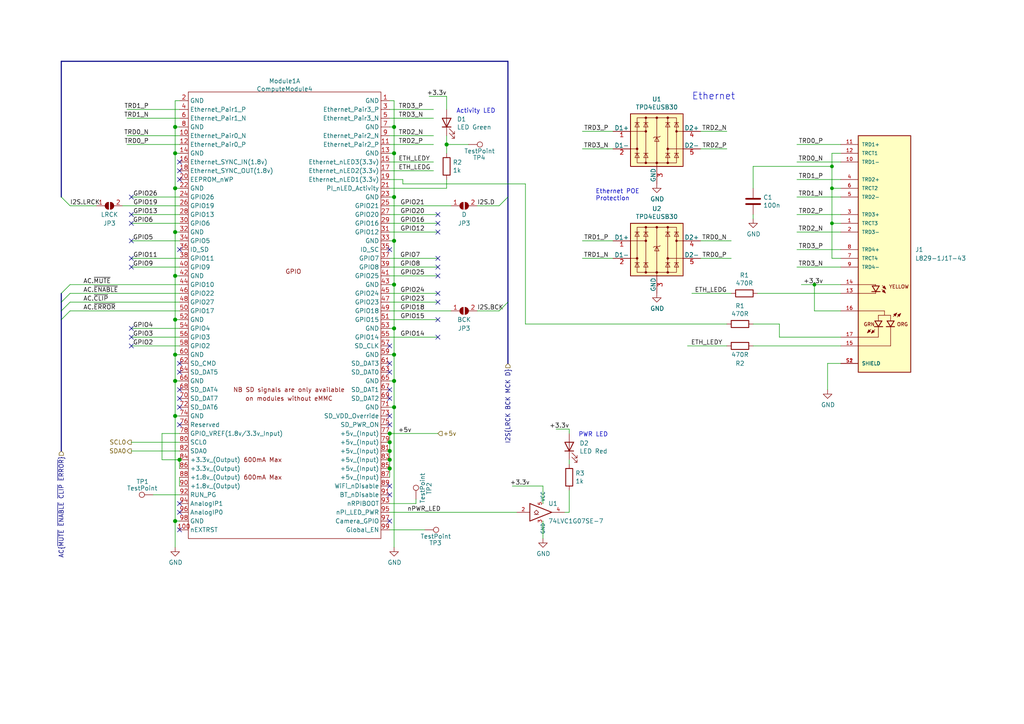
<source format=kicad_sch>
(kicad_sch (version 20230121) (generator eeschema)
  (paper "A4")
  (lib_symbols
    (symbol "CM4IO:74LVC1G07_copy"
      (property "Reference" "U" (at -2.54 3.81 0))
      (property "Value" "74LVC1G07_copy" (at 0 -3.81 0))
      (symbol "74LVC1G07_copy_1_1"
        (pin input line (at -7.62 0 0) (length 3.81) (name "~") (number "2"))
        (pin power_in line (at 0 -2.54 270) (length 0) (name "GND") (number "3"))
        (pin open_collector line (at 6.35 0 180) (length 3.81) (name "~") (number "4"))
        (pin power_in line (at 0 2.54 90) (length 0) (name "VCC") (number "5"))
      )
    )
    (symbol "CM4IO:ComputeModule4-CM4"
      (property "Reference" "Module" (at 113.03 -68.58 0))
      (property "Value" "ComputeModule4-CM4" (at 140.97 2.54 0))
      (property "Field4" "Hirose" (at 0 0 0))
      (property "Field5" "2x DF40C-100DS-0.4V" (at 0 -2.54 0))
      (symbol "ComputeModule4-CM4_1_0"
        (text "GPIO" (at 0 6.35 0) (effects (font (size 1.27 1.27))))
      )
      (symbol "ComputeModule4-CM4_1_1"
        (text "600mA Max" (at -8.89 -53.34 0) (effects (font (size 1.27 1.27))))
        (text "600mA Max" (at -8.89 -48.26 0) (effects (font (size 1.27 1.27))))
        (text "NB SD signals are only available" (at -1.27 -27.94 0) (effects (font (size 1.27 1.27))))
        (text "on modules without eMMC" (at -1.27 -30.48 0) (effects (font (size 1.27 1.27))))
        (pin power_in line (at 27.94 55.88 180) (length 2.54) (name "GND") (number "1"))
        (pin passive line (at -33.02 45.72 0) (length 2.54) (name "Ethernet_Pair0_N") (number "10"))
        (pin output line (at -33.02 -68.58 0) (length 2.54) (name "nEXTRST") (number "100"))
        (pin passive line (at 27.94 43.18 180) (length 2.54) (name "Ethernet_Pair2_P") (number "11"))
        (pin passive line (at -33.02 43.18 0) (length 2.54) (name "Ethernet_Pair0_P") (number "12"))
        (pin power_in line (at 27.94 40.64 180) (length 2.54) (name "GND") (number "13"))
        (pin power_in line (at -33.02 40.64 0) (length 2.54) (name "GND") (number "14"))
        (pin output line (at 27.94 38.1 180) (length 2.54) (name "Ethernet_nLED3(3.3v)") (number "15"))
        (pin input line (at -33.02 38.1 0) (length 2.54) (name "Ethernet_SYNC_IN(1.8v)") (number "16"))
        (pin output line (at 27.94 35.56 180) (length 2.54) (name "Ethernet_nLED2(3.3v)") (number "17"))
        (pin input line (at -33.02 35.56 0) (length 2.54) (name "Ethernet_SYNC_OUT(1.8v)") (number "18"))
        (pin output line (at 27.94 33.02 180) (length 2.54) (name "Ethernet_nLED1(3.3v)") (number "19"))
        (pin power_in line (at -33.02 55.88 0) (length 2.54) (name "GND") (number "2"))
        (pin passive line (at -33.02 33.02 0) (length 2.54) (name "EEPROM_nWP") (number "20"))
        (pin open_collector line (at 27.94 30.48 180) (length 2.54) (name "PI_nLED_Activity") (number "21"))
        (pin power_in line (at -33.02 30.48 0) (length 2.54) (name "GND") (number "22"))
        (pin power_in line (at 27.94 27.94 180) (length 2.54) (name "GND") (number "23"))
        (pin passive line (at -33.02 27.94 0) (length 2.54) (name "GPIO26") (number "24"))
        (pin passive line (at 27.94 25.4 180) (length 2.54) (name "GPIO21") (number "25"))
        (pin passive line (at -33.02 25.4 0) (length 2.54) (name "GPIO19") (number "26"))
        (pin passive line (at 27.94 22.86 180) (length 2.54) (name "GPIO20") (number "27"))
        (pin passive line (at -33.02 22.86 0) (length 2.54) (name "GPIO13") (number "28"))
        (pin passive line (at 27.94 20.32 180) (length 2.54) (name "GPIO16") (number "29"))
        (pin passive line (at 27.94 53.34 180) (length 2.54) (name "Ethernet_Pair3_P") (number "3"))
        (pin passive line (at -33.02 20.32 0) (length 2.54) (name "GPIO6") (number "30"))
        (pin passive line (at 27.94 17.78 180) (length 2.54) (name "GPIO12") (number "31"))
        (pin power_in line (at -33.02 17.78 0) (length 2.54) (name "GND") (number "32"))
        (pin power_in line (at 27.94 15.24 180) (length 2.54) (name "GND") (number "33"))
        (pin passive line (at -33.02 15.24 0) (length 2.54) (name "GPIO5") (number "34"))
        (pin passive line (at 27.94 12.7 180) (length 2.54) (name "ID_SC") (number "35"))
        (pin passive line (at -33.02 12.7 0) (length 2.54) (name "ID_SD") (number "36"))
        (pin passive line (at 27.94 10.16 180) (length 2.54) (name "GPIO7") (number "37"))
        (pin passive line (at -33.02 10.16 0) (length 2.54) (name "GPIO11") (number "38"))
        (pin passive line (at 27.94 7.62 180) (length 2.54) (name "GPIO8") (number "39"))
        (pin passive line (at -33.02 53.34 0) (length 2.54) (name "Ethernet_Pair1_P") (number "4"))
        (pin passive line (at -33.02 7.62 0) (length 2.54) (name "GPIO9") (number "40"))
        (pin passive line (at 27.94 5.08 180) (length 2.54) (name "GPIO25") (number "41"))
        (pin power_in line (at -33.02 5.08 0) (length 2.54) (name "GND") (number "42"))
        (pin power_in line (at 27.94 2.54 180) (length 2.54) (name "GND") (number "43"))
        (pin passive line (at -33.02 2.54 0) (length 2.54) (name "GPIO10") (number "44"))
        (pin passive line (at 27.94 0 180) (length 2.54) (name "GPIO24") (number "45"))
        (pin passive line (at -33.02 0 0) (length 2.54) (name "GPIO22") (number "46"))
        (pin passive line (at 27.94 -2.54 180) (length 2.54) (name "GPIO23") (number "47"))
        (pin passive line (at -33.02 -2.54 0) (length 2.54) (name "GPIO27") (number "48"))
        (pin passive line (at 27.94 -5.08 180) (length 2.54) (name "GPIO18") (number "49"))
        (pin passive line (at 27.94 50.8 180) (length 2.54) (name "Ethernet_Pair3_N") (number "5"))
        (pin passive line (at -33.02 -5.08 0) (length 2.54) (name "GPIO17") (number "50"))
        (pin passive line (at 27.94 -7.62 180) (length 2.54) (name "GPIO15") (number "51"))
        (pin power_in line (at -33.02 -7.62 0) (length 2.54) (name "GND") (number "52"))
        (pin power_in line (at 27.94 -10.16 180) (length 2.54) (name "GND") (number "53"))
        (pin passive line (at -33.02 -10.16 0) (length 2.54) (name "GPIO4") (number "54"))
        (pin passive line (at 27.94 -12.7 180) (length 2.54) (name "GPIO14") (number "55"))
        (pin passive line (at -33.02 -12.7 0) (length 2.54) (name "GPIO3") (number "56"))
        (pin passive line (at 27.94 -15.24 180) (length 2.54) (name "SD_CLK") (number "57"))
        (pin passive line (at -33.02 -15.24 0) (length 2.54) (name "GPIO2") (number "58"))
        (pin power_in line (at 27.94 -17.78 180) (length 2.54) (name "GND") (number "59"))
        (pin passive line (at -33.02 50.8 0) (length 2.54) (name "Ethernet_Pair1_N") (number "6"))
        (pin power_in line (at -33.02 -17.78 0) (length 2.54) (name "GND") (number "60"))
        (pin passive line (at 27.94 -20.32 180) (length 2.54) (name "SD_DAT3") (number "61"))
        (pin passive line (at -33.02 -20.32 0) (length 2.54) (name "SD_CMD") (number "62"))
        (pin passive line (at 27.94 -22.86 180) (length 2.54) (name "SD_DAT0") (number "63"))
        (pin passive line (at -33.02 -22.86 0) (length 2.54) (name "SD_DAT5") (number "64"))
        (pin power_in line (at 27.94 -25.4 180) (length 2.54) (name "GND") (number "65"))
        (pin power_in line (at -33.02 -25.4 0) (length 2.54) (name "GND") (number "66"))
        (pin passive line (at 27.94 -27.94 180) (length 2.54) (name "SD_DAT1") (number "67"))
        (pin passive line (at -33.02 -27.94 0) (length 2.54) (name "SD_DAT4") (number "68"))
        (pin passive line (at 27.94 -30.48 180) (length 2.54) (name "SD_DAT2") (number "69"))
        (pin power_in line (at 27.94 48.26 180) (length 2.54) (name "GND") (number "7"))
        (pin passive line (at -33.02 -30.48 0) (length 2.54) (name "SD_DAT7") (number "70"))
        (pin power_in line (at 27.94 -33.02 180) (length 2.54) (name "GND") (number "71"))
        (pin passive line (at -33.02 -33.02 0) (length 2.54) (name "SD_DAT6") (number "72"))
        (pin input line (at 27.94 -35.56 180) (length 2.54) (name "SD_VDD_Override") (number "73"))
        (pin power_in line (at -33.02 -35.56 0) (length 2.54) (name "GND") (number "74"))
        (pin output line (at 27.94 -38.1 180) (length 2.54) (name "SD_PWR_ON") (number "75"))
        (pin passive line (at -33.02 -38.1 0) (length 2.54) (name "Reserved") (number "76"))
        (pin power_in line (at 27.94 -40.64 180) (length 2.54) (name "+5v_(Input)") (number "77"))
        (pin power_in line (at -33.02 -40.64 0) (length 2.54) (name "GPIO_VREF(1.8v/3.3v_Input)") (number "78"))
        (pin power_in line (at 27.94 -43.18 180) (length 2.54) (name "+5v_(Input)") (number "79"))
        (pin power_in line (at -33.02 48.26 0) (length 2.54) (name "GND") (number "8"))
        (pin passive line (at -33.02 -43.18 0) (length 2.54) (name "SCL0") (number "80"))
        (pin power_in line (at 27.94 -45.72 180) (length 2.54) (name "+5v_(Input)") (number "81"))
        (pin passive line (at -33.02 -45.72 0) (length 2.54) (name "SDA0") (number "82"))
        (pin power_in line (at 27.94 -48.26 180) (length 2.54) (name "+5v_(Input)") (number "83"))
        (pin power_out line (at -33.02 -48.26 0) (length 2.54) (name "+3.3v_(Output)") (number "84"))
        (pin power_in line (at 27.94 -50.8 180) (length 2.54) (name "+5v_(Input)") (number "85"))
        (pin power_out line (at -33.02 -50.8 0) (length 2.54) (name "+3.3v_(Output)") (number "86"))
        (pin power_in line (at 27.94 -53.34 180) (length 2.54) (name "+5v_(Input)") (number "87"))
        (pin power_out line (at -33.02 -53.34 0) (length 2.54) (name "+1.8v_(Output)") (number "88"))
        (pin power_in line (at 27.94 -55.88 180) (length 2.54) (name "WiFi_nDisable") (number "89"))
        (pin passive line (at 27.94 45.72 180) (length 2.54) (name "Ethernet_Pair2_N") (number "9"))
        (pin power_out line (at -33.02 -55.88 0) (length 2.54) (name "+1.8v_(Output)") (number "90"))
        (pin power_in line (at 27.94 -58.42 180) (length 2.54) (name "BT_nDisable") (number "91"))
        (pin passive line (at -33.02 -58.42 0) (length 2.54) (name "RUN_PG") (number "92"))
        (pin input line (at 27.94 -60.96 180) (length 2.54) (name "nRPIBOOT") (number "93"))
        (pin passive line (at -33.02 -60.96 0) (length 2.54) (name "AnalogIP1") (number "94"))
        (pin output line (at 27.94 -63.5 180) (length 2.54) (name "nPI_LED_PWR") (number "95"))
        (pin passive line (at -33.02 -63.5 0) (length 2.54) (name "AnalogIP0") (number "96"))
        (pin passive line (at 27.94 -66.04 180) (length 2.54) (name "Camera_GPIO") (number "97"))
        (pin power_in line (at -33.02 -66.04 0) (length 2.54) (name "GND") (number "98"))
        (pin input line (at 27.94 -68.58 180) (length 2.54) (name "Global_EN") (number "99"))
      )
      (symbol "ComputeModule4-CM4_2_1"
        (text "High Speed Serial" (at 140.97 0 0) (effects (font (size 1.27 1.27))))
        (pin input line (at 170.18 60.96 180) (length 5.08) (name "USB_OTG_ID") (number "101"))
        (pin input line (at 109.22 60.96 0) (length 5.08) (name "PCIe_CLK_nREQ") (number "102"))
        (pin passive line (at 170.18 58.42 180) (length 5.08) (name "USB2_N") (number "103"))
        (pin passive line (at 109.22 58.42 0) (length 5.08) (name "Reserved") (number "104"))
        (pin passive line (at 170.18 55.88 180) (length 5.08) (name "USB2_P") (number "105"))
        (pin passive line (at 109.22 55.88 0) (length 5.08) (name "Reserved") (number "106"))
        (pin power_in line (at 170.18 53.34 180) (length 5.08) (name "GND") (number "107"))
        (pin power_in line (at 109.22 53.34 0) (length 5.08) (name "GND") (number "108"))
        (pin bidirectional line (at 170.18 50.8 180) (length 5.08) (name "PCIe_nRST") (number "109"))
        (pin output line (at 109.22 50.8 0) (length 5.08) (name "PCIe_CLK_P") (number "110"))
        (pin passive line (at 170.18 48.26 180) (length 5.08) (name "VDAC_COMP") (number "111"))
        (pin output line (at 109.22 48.26 0) (length 5.08) (name "PCIe_CLK_N") (number "112"))
        (pin power_in line (at 170.18 45.72 180) (length 5.08) (name "GND") (number "113"))
        (pin power_in line (at 109.22 45.72 0) (length 5.08) (name "GND") (number "114"))
        (pin input line (at 170.18 43.18 180) (length 5.08) (name "CAM1_D0_N") (number "115"))
        (pin input line (at 109.22 43.18 0) (length 5.08) (name "PCIe_RX_P") (number "116"))
        (pin input line (at 170.18 40.64 180) (length 5.08) (name "CAM1_D0_P") (number "117"))
        (pin input line (at 109.22 40.64 0) (length 5.08) (name "PCIe_RX_N") (number "118"))
        (pin power_in line (at 170.18 38.1 180) (length 5.08) (name "GND") (number "119"))
        (pin power_in line (at 109.22 38.1 0) (length 5.08) (name "GND") (number "120"))
        (pin input line (at 170.18 35.56 180) (length 5.08) (name "CAM1_D1_N") (number "121"))
        (pin output line (at 109.22 35.56 0) (length 5.08) (name "PCIe_TX_P") (number "122"))
        (pin input line (at 170.18 33.02 180) (length 5.08) (name "CAM1_D1_P") (number "123"))
        (pin output line (at 109.22 33.02 0) (length 5.08) (name "PCIe_TX_N") (number "124"))
        (pin power_in line (at 170.18 30.48 180) (length 5.08) (name "GND") (number "125"))
        (pin power_in line (at 109.22 30.48 0) (length 5.08) (name "GND") (number "126"))
        (pin input line (at 170.18 27.94 180) (length 5.08) (name "CAM1_C_N") (number "127"))
        (pin input line (at 109.22 27.94 0) (length 5.08) (name "CAM0_D0_N") (number "128"))
        (pin input line (at 170.18 25.4 180) (length 5.08) (name "CAM1_C_P") (number "129"))
        (pin input line (at 109.22 25.4 0) (length 5.08) (name "CAM0_D0_P") (number "130"))
        (pin power_in line (at 170.18 22.86 180) (length 5.08) (name "GND") (number "131"))
        (pin power_in line (at 109.22 22.86 0) (length 5.08) (name "GND") (number "132"))
        (pin input line (at 170.18 20.32 180) (length 5.08) (name "CAM1_D2_N") (number "133"))
        (pin input line (at 109.22 20.32 0) (length 5.08) (name "CAM0_D1_N") (number "134"))
        (pin input line (at 170.18 17.78 180) (length 5.08) (name "CAM1_D2_P") (number "135"))
        (pin input line (at 109.22 17.78 0) (length 5.08) (name "CAM0_D1_P") (number "136"))
        (pin power_in line (at 170.18 15.24 180) (length 5.08) (name "GND") (number "137"))
        (pin power_in line (at 109.22 15.24 0) (length 5.08) (name "GND") (number "138"))
        (pin input line (at 170.18 12.7 180) (length 5.08) (name "CAM1_D3_N") (number "139"))
        (pin input line (at 109.22 12.7 0) (length 5.08) (name "CAM0_C_N") (number "140"))
        (pin input line (at 170.18 10.16 180) (length 5.08) (name "CAM1_D3_P") (number "141"))
        (pin input line (at 109.22 10.16 0) (length 5.08) (name "CAM0_C_P") (number "142"))
        (pin input line (at 170.18 7.62 180) (length 5.08) (name "HDMI1_HOTPLUG") (number "143"))
        (pin power_in line (at 109.22 7.62 0) (length 5.08) (name "GND") (number "144"))
        (pin bidirectional line (at 170.18 5.08 180) (length 5.08) (name "HDMI1_SDA") (number "145"))
        (pin output line (at 109.22 5.08 0) (length 5.08) (name "HDMI1_TX2_P") (number "146"))
        (pin open_collector line (at 170.18 2.54 180) (length 5.08) (name "HDMI1_SCL") (number "147"))
        (pin output line (at 109.22 2.54 0) (length 5.08) (name "HDMI1_TX2_N") (number "148"))
        (pin open_collector line (at 170.18 0 180) (length 5.08) (name "HDMI1_CEC") (number "149"))
        (pin power_in line (at 109.22 0 0) (length 5.08) (name "GND") (number "150"))
        (pin open_collector line (at 170.18 -2.54 180) (length 5.08) (name "HDMI0_CEC") (number "151"))
        (pin output line (at 109.22 -2.54 0) (length 5.08) (name "HDMI1_TX1_P") (number "152"))
        (pin input line (at 170.18 -5.08 180) (length 5.08) (name "HDMI0_HOTPLUG") (number "153"))
        (pin output line (at 109.22 -5.08 0) (length 5.08) (name "HDMI1_TX1_N") (number "154"))
        (pin power_in line (at 170.18 -7.62 180) (length 5.08) (name "GND") (number "155"))
        (pin power_in line (at 109.22 -7.62 0) (length 5.08) (name "GND") (number "156"))
        (pin output line (at 170.18 -10.16 180) (length 5.08) (name "DSI0_D0_N") (number "157"))
        (pin output line (at 109.22 -10.16 0) (length 5.08) (name "HDMI1_TX0_P") (number "158"))
        (pin output line (at 170.18 -12.7 180) (length 5.08) (name "DSI0_D0_P") (number "159"))
        (pin output line (at 109.22 -12.7 0) (length 5.08) (name "HDMI1_TX0_N") (number "160"))
        (pin power_in line (at 170.18 -15.24 180) (length 5.08) (name "GND") (number "161"))
        (pin power_in line (at 109.22 -15.24 0) (length 5.08) (name "GND") (number "162"))
        (pin output line (at 170.18 -17.78 180) (length 5.08) (name "DSI0_D1_N") (number "163"))
        (pin output line (at 109.22 -17.78 0) (length 5.08) (name "HDMI1_CLK_P") (number "164"))
        (pin output line (at 170.18 -20.32 180) (length 5.08) (name "DSI0_D1_P") (number "165"))
        (pin output line (at 109.22 -20.32 0) (length 5.08) (name "HDMI1_CLK_N") (number "166"))
        (pin power_in line (at 170.18 -22.86 180) (length 5.08) (name "GND") (number "167"))
        (pin power_in line (at 109.22 -22.86 0) (length 5.08) (name "GND") (number "168"))
        (pin output line (at 170.18 -25.4 180) (length 5.08) (name "DSI0_C_N") (number "169"))
        (pin output line (at 109.22 -25.4 0) (length 5.08) (name "HDMI0_TX2_P") (number "170"))
        (pin output line (at 170.18 -27.94 180) (length 5.08) (name "DSI0_C_P") (number "171"))
        (pin output line (at 109.22 -27.94 0) (length 5.08) (name "HDMI0_TX2_N") (number "172"))
        (pin power_in line (at 170.18 -30.48 180) (length 5.08) (name "GND") (number "173"))
        (pin power_in line (at 109.22 -30.48 0) (length 5.08) (name "GND") (number "174"))
        (pin output line (at 170.18 -33.02 180) (length 5.08) (name "DSI1_D0_N") (number "175"))
        (pin output line (at 109.22 -33.02 0) (length 5.08) (name "HDMI0_TX1_P") (number "176"))
        (pin output line (at 170.18 -35.56 180) (length 5.08) (name "DSI1_D0_P") (number "177"))
        (pin output line (at 109.22 -35.56 0) (length 5.08) (name "HDMI0_TX1_N") (number "178"))
        (pin power_in line (at 170.18 -38.1 180) (length 5.08) (name "GND") (number "179"))
        (pin power_in line (at 109.22 -38.1 0) (length 5.08) (name "GND") (number "180"))
        (pin output line (at 170.18 -40.64 180) (length 5.08) (name "DSI1_D1_N") (number "181"))
        (pin output line (at 109.22 -40.64 0) (length 5.08) (name "HDMI0_TX0_P") (number "182"))
        (pin output line (at 170.18 -43.18 180) (length 5.08) (name "DSI1_D1_P") (number "183"))
        (pin output line (at 109.22 -43.18 0) (length 5.08) (name "HDMI0_TX0_N") (number "184"))
        (pin power_in line (at 170.18 -45.72 180) (length 5.08) (name "GND") (number "185"))
        (pin power_in line (at 109.22 -45.72 0) (length 5.08) (name "GND") (number "186"))
        (pin output line (at 170.18 -48.26 180) (length 5.08) (name "DSI1_C_N") (number "187"))
        (pin output line (at 109.22 -48.26 0) (length 5.08) (name "HDMI0_CLK_P") (number "188"))
        (pin output line (at 170.18 -50.8 180) (length 5.08) (name "DSI1_C_P") (number "189"))
        (pin output line (at 109.22 -50.8 0) (length 5.08) (name "HDMI0_CLK_N") (number "190"))
        (pin power_in line (at 170.18 -53.34 180) (length 5.08) (name "GND") (number "191"))
        (pin power_in line (at 109.22 -53.34 0) (length 5.08) (name "GND") (number "192"))
        (pin output line (at 170.18 -55.88 180) (length 5.08) (name "DSI1_D2_N") (number "193"))
        (pin output line (at 109.22 -55.88 0) (length 5.08) (name "DSI1_D3_N") (number "194"))
        (pin output line (at 170.18 -58.42 180) (length 5.08) (name "DSI1_D2_P") (number "195"))
        (pin output line (at 109.22 -58.42 0) (length 5.08) (name "DSI1_D3_P") (number "196"))
        (pin power_in line (at 170.18 -60.96 180) (length 5.08) (name "GND") (number "197"))
        (pin power_in line (at 109.22 -60.96 0) (length 5.08) (name "GND") (number "198"))
        (pin bidirectional line (at 170.18 -63.5 180) (length 5.08) (name "HDMI0_SDA") (number "199"))
        (pin open_collector line (at 109.22 -63.5 0) (length 5.08) (name "HDMI0_SCL") (number "200"))
      )
    )
    (symbol "CM4IO:TPD4EUSB30" (pin_names (offset 0))
      (property "Reference" "U" (at -0.635 8.89 0))
      (property "Value" "TPD4EUSB30" (at 8.89 -10.16 0))
      (symbol "TPD4EUSB30_1_1"
        (pin passive line (at -12.7 2.54 0) (length 5.08) (name "D1+") (number "1"))
        (pin passive line (at -12.7 2.54 0) (length 5.08) hide (name "~") (number "10"))
        (pin passive line (at -12.7 -2.54 0) (length 5.08) (name "D1-") (number "2"))
        (pin power_in line (at 0 -12.7 90) (length 5.08) (name "GND") (number "3"))
        (pin passive line (at 12.7 2.54 180) (length 5.08) (name "D2+") (number "4"))
        (pin passive line (at 12.7 -2.54 180) (length 5.08) (name "D2-") (number "5"))
        (pin passive line (at 12.7 -2.54 180) (length 5.08) hide (name "~") (number "6"))
        (pin passive line (at 12.7 2.54 180) (length 5.08) hide (name "~") (number "7"))
        (pin passive line (at 0 -12.7 90) (length 5.08) hide (name "GND") (number "8"))
        (pin passive line (at -12.7 -2.54 0) (length 5.08) hide (name "~") (number "9"))
      )
    )
    (symbol "Connector:TestPoint" (pin_numbers hide) (pin_names (offset 0.762) hide)
      (property "Reference" "TP" (at 0 6.858 0))
      (property "Value" "TestPoint" (at 0 5.08 0))
      (symbol "TestPoint_1_1"
        (pin passive line (at 0 0 90) (length 2.54) (name "1") (number "1"))
      )
    )
    (symbol "Device:C" (pin_numbers hide) (pin_names (offset 0.254))
      (property "Reference" "C" (at 0.635 2.54 0))
      (property "Value" "C" (at 0.635 -2.54 0))
      (symbol "C_1_1"
        (pin passive line (at 0 3.81 270) (length 2.794) (name "~") (number "1"))
        (pin passive line (at 0 -3.81 90) (length 2.794) (name "~") (number "2"))
      )
    )
    (symbol "Device:LED" (pin_numbers hide) (pin_names (offset 1.016) hide)
      (property "Reference" "D" (at 0 2.54 0))
      (property "Value" "LED" (at 0 -2.54 0))
      (symbol "LED_1_1"
        (pin passive line (at -3.81 0 0) (length 2.54) (name "K") (number "1"))
        (pin passive line (at 3.81 0 180) (length 2.54) (name "A") (number "2"))
      )
    )
    (symbol "Device:R" (pin_numbers hide) (pin_names (offset 0))
      (property "Reference" "R" (at 2.032 0 90))
      (property "Value" "R" (at 0 0 90))
      (symbol "R_1_1"
        (pin passive line (at 0 3.81 270) (length 1.27) (name "~") (number "1"))
        (pin passive line (at 0 -3.81 90) (length 1.27) (name "~") (number "2"))
      )
    )
    (symbol "GND_1" (power) (pin_names (offset 0))
      (property "Value" "GND_1" (at 0 -3.81 0))
      (symbol "GND_1_1_1"
        (pin power_in line (at 0 0 270) (length 0) hide (name "GND") (number "1"))
      )
    )
    (symbol "GND_2" (power) (pin_names (offset 0))
      (property "Value" "GND_2" (at 0 -3.81 0))
      (symbol "GND_2_1_1"
        (pin power_in line (at 0 0 270) (length 0) hide (name "GND") (number "1"))
      )
    )
    (symbol "GND_3" (power) (pin_names (offset 0))
      (property "Value" "GND_3" (at 0 -3.81 0))
      (symbol "GND_3_1_1"
        (pin power_in line (at 0 0 270) (length 0) hide (name "GND") (number "1"))
      )
    )
    (symbol "GND_4" (power) (pin_names (offset 0))
      (property "Value" "GND_4" (at 0 -3.81 0))
      (symbol "GND_4_1_1"
        (pin power_in line (at 0 0 270) (length 0) hide (name "GND") (number "1"))
      )
    )
    (symbol "GND_5" (power) (pin_names (offset 0))
      (property "Value" "GND_5" (at 0 -3.81 0))
      (symbol "GND_5_1_1"
        (pin power_in line (at 0 0 270) (length 0) hide (name "GND") (number "1"))
      )
    )
    (symbol "GND_6" (power) (pin_names (offset 0))
      (property "Value" "GND_6" (at 0 -3.81 0))
      (symbol "GND_6_1_1"
        (pin power_in line (at 0 0 270) (length 0) hide (name "GND") (number "1"))
      )
    )
    (symbol "Jumper:SolderJumper_2_Open" (pin_names (offset 0) hide)
      (property "Reference" "JP" (at 0 2.032 0))
      (property "Value" "SolderJumper_2_Open" (at 0 -2.54 0))
      (symbol "SolderJumper_2_Open_1_1"
        (pin passive line (at -3.81 0 0) (length 2.54) (name "A") (number "1"))
        (pin passive line (at 3.81 0 180) (length 2.54) (name "B") (number "2"))
      )
    )
    (symbol "L829-1J1T-43:L829-1J1T-43" (pin_names (offset 1.016))
      (property "Reference" "J" (at -7.62 34.29 0))
      (property "Value" "L829-1J1T-43" (at -7.62 -36.83 0))
      (symbol "L829-1J1T-43_0_0"
        (text "GRN" (at -6.096 -21.082 0) (effects (font (size 1.016 1.016)) (justify left top)))
        (text "ORG" (at 3.556 -21.082 0) (effects (font (size 1.016 1.016)) (justify left top)))
        (text "YELLOW" (at 1.27 -10.16 0) (effects (font (size 1.016 1.016)) (justify left top)))
        (pin passive line (at -12.7 7.62 0) (length 5.08) (name "TRCT3") (number "1"))
        (pin passive line (at -12.7 25.4 0) (length 5.08) (name "TRD1-") (number "10"))
        (pin passive line (at -12.7 30.48 0) (length 5.08) (name "TRD1+") (number "11"))
        (pin passive line (at -12.7 27.94 0) (length 5.08) (name "TRCT1") (number "12"))
        (pin passive line (at -12.7 -12.7 0) (length 5.08) (name "~") (number "13"))
        (pin passive line (at -12.7 -10.16 0) (length 5.08) (name "~") (number "14"))
        (pin passive line (at -12.7 -27.94 0) (length 5.08) (name "~") (number "15"))
        (pin passive line (at -12.7 -17.78 0) (length 5.08) (name "~") (number "16"))
        (pin passive line (at -12.7 -25.4 0) (length 5.08) (name "~") (number "17"))
        (pin passive line (at -12.7 5.08 0) (length 5.08) (name "TRD3-") (number "2"))
        (pin passive line (at -12.7 10.16 0) (length 5.08) (name "TRD3+") (number "3"))
        (pin passive line (at -12.7 20.32 0) (length 5.08) (name "TRD2+") (number "4"))
        (pin passive line (at -12.7 15.24 0) (length 5.08) (name "TRD2-") (number "5"))
        (pin passive line (at -12.7 17.78 0) (length 5.08) (name "TRCT2") (number "6"))
        (pin passive line (at -12.7 -2.54 0) (length 5.08) (name "TRCT4") (number "7"))
        (pin passive line (at -12.7 0 0) (length 5.08) (name "TRD4+") (number "8"))
        (pin passive line (at -12.7 -5.08 0) (length 5.08) (name "TRD4-") (number "9"))
        (pin passive line (at -12.7 -33.02 0) (length 5.08) (name "SHIELD") (number "S1"))
        (pin passive line (at -12.7 -33.02 0) (length 5.08) (name "SHIELD") (number "S2"))
      )
    )
    (symbol "LED_1" (pin_numbers hide) (pin_names (offset 1.016) hide)
      (property "Reference" "D" (at 0 2.54 0))
      (property "Value" "LED" (at 0 -2.54 0))
      (symbol "LED_1_1_1"
        (pin passive line (at -3.81 0 0) (length 2.54) (name "K") (number "1"))
        (pin passive line (at 3.81 0 180) (length 2.54) (name "A") (number "2"))
      )
    )
    (symbol "power:GND" (power) (pin_names (offset 0))
      (property "Value" "GND" (at 0 -3.81 0))
      (symbol "GND_1_1"
        (pin power_in line (at 0 0 270) (length 0) hide (name "GND") (number "1"))
      )
    )
  )
  (junction (at 50.8 110.49) (diameter 1.016))
  (junction (at 113.03 135.89) (diameter 1.016))
  (junction (at 50.8 67.31) (diameter 1.016))
  (junction (at 114.3 82.55) (diameter 1.016))
  (junction (at 50.8 80.01) (diameter 1.016))
  (junction (at 50.8 92.71) (diameter 1.016))
  (junction (at 114.3 36.83) (diameter 1.016))
  (junction (at 241.3 48.26))
  (junction (at 50.8 120.65) (diameter 1.016))
  (junction (at 241.3 54.61))
  (junction (at 52.07 133.35) (diameter 1.016))
  (junction (at 50.8 44.45) (diameter 1.016))
  (junction (at 129.54 41.91) (diameter 1.016))
  (junction (at 50.8 54.61) (diameter 1.016))
  (junction (at 50.8 151.13) (diameter 1.016))
  (junction (at 50.8 102.87) (diameter 1.016))
  (junction (at 114.3 95.25) (diameter 1.016))
  (junction (at 114.3 57.15) (diameter 1.016))
  (junction (at 114.3 118.11) (diameter 1.016))
  (junction (at 113.03 125.73) (diameter 1.016))
  (junction (at 50.8 36.83) (diameter 1.016))
  (junction (at 114.3 44.45) (diameter 1.016))
  (junction (at 236.22 82.55))
  (junction (at 113.03 130.81) (diameter 1.016))
  (junction (at 113.03 133.35) (diameter 1.016))
  (junction (at 114.3 69.85) (diameter 1.016))
  (junction (at 114.3 110.49) (diameter 1.016))
  (junction (at 241.3 64.77))
  (junction (at 113.03 128.27) (diameter 1.016))
  (junction (at 114.3 102.87) (diameter 1.016))
  (no_connect (at 127 77.47))
  (no_connect (at 113.03 115.57))
  (no_connect (at 127 87.63))
  (no_connect (at 52.07 148.59))
  (no_connect (at 113.03 140.97))
  (no_connect (at 38.1 69.85))
  (no_connect (at 52.07 49.53))
  (no_connect (at 127 74.93))
  (no_connect (at 127 67.31))
  (no_connect (at 127 64.77))
  (no_connect (at 52.07 72.39))
  (no_connect (at 113.03 151.13))
  (no_connect (at 113.03 105.41))
  (no_connect (at 38.1 74.93))
  (no_connect (at 38.1 100.33))
  (no_connect (at 52.07 46.99))
  (no_connect (at 52.07 123.19))
  (no_connect (at 113.03 100.33))
  (no_connect (at 38.1 64.77))
  (no_connect (at 113.03 123.19))
  (no_connect (at 38.1 95.25))
  (no_connect (at 52.07 105.41))
  (no_connect (at 113.03 107.95))
  (no_connect (at 127 80.01))
  (no_connect (at 127 62.23))
  (no_connect (at 113.03 113.03))
  (no_connect (at 52.07 118.11))
  (no_connect (at 52.07 107.95))
  (no_connect (at 113.03 143.51))
  (no_connect (at 38.1 62.23))
  (no_connect (at 52.07 113.03))
  (no_connect (at 52.07 153.67))
  (no_connect (at 38.1 77.47))
  (no_connect (at 52.07 146.05))
  (no_connect (at 127 97.79))
  (no_connect (at 52.07 52.07))
  (no_connect (at 113.03 120.65))
  (no_connect (at 52.07 115.57))
  (no_connect (at 127 92.71))
  (no_connect (at 127 85.09))
  (no_connect (at 38.1 57.15))
  (no_connect (at 113.03 72.39))
  (no_connect (at 38.1 97.79))
  (bus_entry (at 17.78 90.17) (size 2.54 -2.54))
  (bus_entry (at 17.78 87.63) (size 2.54 -2.54))
  (bus_entry (at 17.78 92.71) (size 2.54 -2.54))
  (bus_entry (at 147.32 87.63) (size -2.54 2.54))
  (bus_entry (at 147.32 57.15) (size -2.54 2.54))
  (bus_entry (at 17.78 57.15) (size 2.54 2.54))
  (bus_entry (at 17.78 85.09) (size 2.54 -2.54))
  (wire (pts (xy 52.07 135.89) (xy 52.07 133.35)))
  (wire (pts (xy 50.8 151.13) (xy 50.8 158.75)))
  (wire (pts (xy 232.41 82.55) (xy 236.22 82.55)))
  (wire (pts (xy 50.8 67.31) (xy 52.07 67.31)))
  (wire (pts (xy 36.83 39.37) (xy 52.07 39.37)))
  (wire (pts (xy 168.91 38.1) (xy 177.8 38.1)))
  (wire (pts (xy 52.07 36.83) (xy 50.8 36.83)))
  (wire (pts (xy 114.3 82.55) (xy 114.3 95.25)))
  (wire (pts (xy 157.48 146.05) (xy 157.48 140.97)))
  (wire (pts (xy 165.1 125.73) (xy 165.1 124.46)))
  (wire (pts (xy 231.14 67.31) (xy 243.84 67.31)))
  (wire (pts (xy 165.1 142.24) (xy 165.1 148.59)))
  (wire (pts (xy 50.8 110.49) (xy 52.07 110.49)))
  (wire (pts (xy 20.32 85.09) (xy 52.07 85.09)))
  (wire (pts (xy 113.03 125.73) (xy 113.03 128.27)))
  (wire (pts (xy 113.03 110.49) (xy 114.3 110.49)))
  (wire (pts (xy 226.06 97.79) (xy 226.06 93.98)))
  (wire (pts (xy 113.03 31.75) (xy 125.73 31.75)))
  (wire (pts (xy 38.1 62.23) (xy 52.07 62.23)))
  (wire (pts (xy 113.03 80.01) (xy 127 80.01)))
  (wire (pts (xy 116.84 53.34) (xy 116.84 52.07)))
  (wire (pts (xy 243.84 44.45) (xy 241.3 44.45)))
  (wire (pts (xy 203.2 43.18) (xy 210.82 43.18)))
  (wire (pts (xy 44.45 143.51) (xy 52.07 143.51)))
  (wire (pts (xy 203.2 38.1) (xy 210.82 38.1)))
  (wire (pts (xy 50.8 54.61) (xy 50.8 67.31)))
  (wire (pts (xy 20.32 87.63) (xy 52.07 87.63)))
  (wire (pts (xy 113.03 74.93) (xy 127 74.93)))
  (wire (pts (xy 113.03 64.77) (xy 127 64.77)))
  (wire (pts (xy 36.83 41.91) (xy 52.07 41.91)))
  (wire (pts (xy 241.3 74.93) (xy 243.84 74.93)))
  (wire (pts (xy 114.3 29.21) (xy 114.3 36.83)))
  (wire (pts (xy 241.3 64.77) (xy 243.84 64.77)))
  (wire (pts (xy 113.03 125.73) (xy 127 125.73)))
  (wire (pts (xy 152.4 53.34) (xy 116.84 53.34)))
  (wire (pts (xy 231.14 57.15) (xy 243.84 57.15)))
  (wire (pts (xy 52.07 44.45) (xy 50.8 44.45)))
  (wire (pts (xy 114.3 110.49) (xy 114.3 118.11)))
  (wire (pts (xy 20.32 59.69) (xy 27.94 59.69)))
  (wire (pts (xy 38.1 95.25) (xy 52.07 95.25)))
  (wire (pts (xy 114.3 57.15) (xy 114.3 69.85)))
  (wire (pts (xy 116.84 52.07) (xy 113.03 52.07)))
  (wire (pts (xy 241.3 64.77) (xy 241.3 74.93)))
  (wire (pts (xy 165.1 124.46) (xy 161.29 124.46)))
  (wire (pts (xy 113.03 62.23) (xy 127 62.23)))
  (wire (pts (xy 203.2 69.85) (xy 212.09 69.85)))
  (wire (pts (xy 114.3 69.85) (xy 114.3 82.55)))
  (wire (pts (xy 46.99 125.73) (xy 46.99 133.35)))
  (wire (pts (xy 114.3 44.45) (xy 114.3 57.15)))
  (wire (pts (xy 243.84 97.79) (xy 226.06 97.79)))
  (wire (pts (xy 20.32 90.17) (xy 52.07 90.17)))
  (bus (pts (xy 17.78 17.78) (xy 17.78 57.15)))
  (wire (pts (xy 231.14 52.07) (xy 243.84 52.07)))
  (wire (pts (xy 138.43 59.69) (xy 144.78 59.69)))
  (wire (pts (xy 113.03 49.53) (xy 125.73 49.53)))
  (wire (pts (xy 113.03 46.99) (xy 125.73 46.99)))
  (wire (pts (xy 124.46 27.94) (xy 129.54 27.94)))
  (bus (pts (xy 17.78 85.09) (xy 17.78 87.63)))
  (wire (pts (xy 177.8 74.93) (xy 168.91 74.93)))
  (wire (pts (xy 38.1 128.27) (xy 52.07 128.27)))
  (wire (pts (xy 236.22 82.55) (xy 243.84 82.55)))
  (wire (pts (xy 50.8 110.49) (xy 50.8 120.65)))
  (wire (pts (xy 36.83 31.75) (xy 52.07 31.75)))
  (wire (pts (xy 113.03 44.45) (xy 114.3 44.45)))
  (wire (pts (xy 52.07 151.13) (xy 50.8 151.13)))
  (wire (pts (xy 113.03 29.21) (xy 114.3 29.21)))
  (wire (pts (xy 241.3 44.45) (xy 241.3 48.26)))
  (wire (pts (xy 120.65 146.05) (xy 120.65 144.78)))
  (wire (pts (xy 129.54 41.91) (xy 129.54 39.37)))
  (wire (pts (xy 38.1 74.93) (xy 52.07 74.93)))
  (wire (pts (xy 231.14 41.91) (xy 243.84 41.91)))
  (wire (pts (xy 20.32 82.55) (xy 52.07 82.55)))
  (wire (pts (xy 50.8 29.21) (xy 50.8 36.83)))
  (wire (pts (xy 52.07 29.21) (xy 50.8 29.21)))
  (wire (pts (xy 152.4 93.98) (xy 152.4 53.34)))
  (wire (pts (xy 38.1 69.85) (xy 52.07 69.85)))
  (wire (pts (xy 113.03 39.37) (xy 125.73 39.37)))
  (wire (pts (xy 113.03 36.83) (xy 114.3 36.83)))
  (wire (pts (xy 241.3 48.26) (xy 241.3 54.61)))
  (wire (pts (xy 113.03 130.81) (xy 113.03 133.35)))
  (wire (pts (xy 226.06 93.98) (xy 218.44 93.98)))
  (wire (pts (xy 113.03 57.15) (xy 114.3 57.15)))
  (wire (pts (xy 129.54 44.45) (xy 129.54 41.91)))
  (wire (pts (xy 113.03 102.87) (xy 114.3 102.87)))
  (wire (pts (xy 50.8 120.65) (xy 50.8 151.13)))
  (wire (pts (xy 50.8 92.71) (xy 52.07 92.71)))
  (wire (pts (xy 50.8 120.65) (xy 52.07 120.65)))
  (wire (pts (xy 240.03 105.41) (xy 243.84 105.41)))
  (wire (pts (xy 218.44 63.5) (xy 218.44 62.23)))
  (bus (pts (xy 147.32 57.15) (xy 147.32 87.63)))
  (wire (pts (xy 38.1 57.15) (xy 52.07 57.15)))
  (wire (pts (xy 236.22 82.55) (xy 236.22 90.17)))
  (wire (pts (xy 52.07 125.73) (xy 46.99 125.73)))
  (wire (pts (xy 113.03 59.69) (xy 130.81 59.69)))
  (wire (pts (xy 168.91 43.18) (xy 177.8 43.18)))
  (wire (pts (xy 113.03 34.29) (xy 125.73 34.29)))
  (bus (pts (xy 17.78 92.71) (xy 17.78 130.81)))
  (wire (pts (xy 38.1 130.81) (xy 52.07 130.81)))
  (wire (pts (xy 218.44 48.26) (xy 241.3 48.26)))
  (wire (pts (xy 50.8 67.31) (xy 50.8 80.01)))
  (wire (pts (xy 113.03 85.09) (xy 127 85.09)))
  (wire (pts (xy 113.03 41.91) (xy 125.73 41.91)))
  (wire (pts (xy 113.03 97.79) (xy 127 97.79)))
  (wire (pts (xy 38.1 97.79) (xy 52.07 97.79)))
  (wire (pts (xy 50.8 102.87) (xy 52.07 102.87)))
  (bus (pts (xy 147.32 87.63) (xy 147.32 105.41)))
  (wire (pts (xy 35.56 59.69) (xy 52.07 59.69)))
  (wire (pts (xy 50.8 54.61) (xy 52.07 54.61)))
  (wire (pts (xy 113.03 82.55) (xy 114.3 82.55)))
  (bus (pts (xy 147.32 57.15) (xy 147.32 17.78)))
  (wire (pts (xy 129.54 52.07) (xy 129.54 54.61)))
  (wire (pts (xy 240.03 105.41) (xy 240.03 113.03)))
  (wire (pts (xy 241.3 54.61) (xy 243.84 54.61)))
  (wire (pts (xy 113.03 133.35) (xy 113.03 135.89)))
  (wire (pts (xy 144.78 90.17) (xy 138.43 90.17)))
  (wire (pts (xy 38.1 64.77) (xy 52.07 64.77)))
  (wire (pts (xy 38.1 100.33) (xy 52.07 100.33)))
  (wire (pts (xy 113.03 77.47) (xy 127 77.47)))
  (wire (pts (xy 36.83 34.29) (xy 52.07 34.29)))
  (wire (pts (xy 135.89 41.91) (xy 129.54 41.91)))
  (wire (pts (xy 38.1 77.47) (xy 52.07 77.47)))
  (wire (pts (xy 114.3 102.87) (xy 114.3 110.49)))
  (wire (pts (xy 231.14 72.39) (xy 243.84 72.39)))
  (wire (pts (xy 52.07 140.97) (xy 52.07 138.43)))
  (bus (pts (xy 17.78 87.63) (xy 17.78 90.17)))
  (wire (pts (xy 218.44 54.61) (xy 218.44 48.26)))
  (wire (pts (xy 113.03 135.89) (xy 113.03 138.43)))
  (wire (pts (xy 114.3 118.11) (xy 114.3 158.75)))
  (wire (pts (xy 203.2 74.93) (xy 212.09 74.93)))
  (wire (pts (xy 129.54 31.75) (xy 129.54 27.94)))
  (wire (pts (xy 50.8 80.01) (xy 52.07 80.01)))
  (wire (pts (xy 157.48 151.13) (xy 157.48 156.21)))
  (wire (pts (xy 165.1 148.59) (xy 163.83 148.59)))
  (wire (pts (xy 50.8 44.45) (xy 50.8 54.61)))
  (wire (pts (xy 113.03 69.85) (xy 114.3 69.85)))
  (wire (pts (xy 113.03 87.63) (xy 127 87.63)))
  (wire (pts (xy 165.1 133.35) (xy 165.1 134.62)))
  (wire (pts (xy 113.03 153.67) (xy 123.19 153.67)))
  (wire (pts (xy 236.22 90.17) (xy 243.84 90.17)))
  (wire (pts (xy 113.03 128.27) (xy 113.03 130.81)))
  (wire (pts (xy 219.71 85.09) (xy 243.84 85.09)))
  (wire (pts (xy 50.8 36.83) (xy 50.8 44.45)))
  (wire (pts (xy 50.8 92.71) (xy 50.8 102.87)))
  (wire (pts (xy 113.03 148.59) (xy 149.86 148.59)))
  (wire (pts (xy 113.03 54.61) (xy 129.54 54.61)))
  (bus (pts (xy 147.32 17.78) (xy 17.78 17.78)))
  (wire (pts (xy 114.3 95.25) (xy 114.3 102.87)))
  (wire (pts (xy 113.03 146.05) (xy 120.65 146.05)))
  (wire (pts (xy 218.44 100.33) (xy 243.84 100.33)))
  (wire (pts (xy 50.8 80.01) (xy 50.8 92.71)))
  (wire (pts (xy 50.8 102.87) (xy 50.8 110.49)))
  (wire (pts (xy 231.14 77.47) (xy 243.84 77.47)))
  (wire (pts (xy 113.03 67.31) (xy 127 67.31)))
  (wire (pts (xy 157.48 140.97) (xy 148.59 140.97)))
  (wire (pts (xy 199.39 100.33) (xy 210.82 100.33)))
  (wire (pts (xy 113.03 92.71) (xy 127 92.71)))
  (wire (pts (xy 168.91 69.85) (xy 177.8 69.85)))
  (wire (pts (xy 113.03 118.11) (xy 114.3 118.11)))
  (wire (pts (xy 46.99 133.35) (xy 52.07 133.35)))
  (wire (pts (xy 200.66 85.09) (xy 212.09 85.09)))
  (wire (pts (xy 231.14 46.99) (xy 243.84 46.99)))
  (wire (pts (xy 114.3 36.83) (xy 114.3 44.45)))
  (wire (pts (xy 113.03 95.25) (xy 114.3 95.25)))
  (wire (pts (xy 241.3 54.61) (xy 241.3 64.77)))
  (wire (pts (xy 210.82 93.98) (xy 152.4 93.98)))
  (wire (pts (xy 113.03 90.17) (xy 130.81 90.17)))
  (wire (pts (xy 231.14 62.23) (xy 243.84 62.23)))
  (bus (pts (xy 17.78 90.17) (xy 17.78 92.71)))
  (text "Ethernet" (at 200.66 29.21 0) (effects (font (size 2.0066 2.0066)) (justify left bottom)))
  (text "PWR LED" (at 167.767 126.873 0) (effects (font (size 1.27 1.27)) (justify left bottom)))
  (text "Activity LED" (at 132.334 33.02 0) (effects (font (size 1.27 1.27)) (justify left bottom)))
  (text "Ethernet POE\nProtection" (at 172.72 58.42 0) (effects (font (size 1.27 1.27)) (justify left bottom)))
  (label "GPIO18" (at 123.19 90.17 180))
  (label "TRD0_P" (at 238.76 41.91 180))
  (label "TRD0_N" (at 43.18 39.37 180))
  (label "GPIO2" (at 44.45 100.33 180))
  (label "GPIO21" (at 123.19 59.69 180))
  (label "TRD2_N" (at 210.82 38.1 180))
  (label "GPIO15" (at 123.19 92.71 180))
  (label "AC.~{ENABLE}" (at 24.13 85.09 0))
  (label "TRD0_N" (at 238.76 46.99 180))
  (label "GPIO9" (at 44.45 77.47 180))
  (label "GPIO8" (at 121.92 77.47 180))
  (label "TRD2_P" (at 238.76 62.23 180))
  (label "GPIO6" (at 44.45 64.77 180))
  (label "GPIO13" (at 45.72 62.23 180))
  (label "+3.3v" (at 165.1 124.46 180))
  (label "TRD1_N" (at 176.53 74.93 180))
  (label "TRD2_N" (at 238.76 67.31 180))
  (label "TRD3_N" (at 115.57 34.29 0))
  (label "GPIO26" (at 45.72 57.15 180))
  (label "GPIO14" (at 123.19 97.79 180))
  (label "GPIO3" (at 44.45 97.79 180))
  (label "TRD1_P" (at 176.53 69.85 180))
  (label "I2S.LRCK" (at 20.32 59.69 0))
  (label "TRD3_P" (at 176.53 38.1 180))
  (label "GPIO16" (at 123.19 64.77 180))
  (label "GPIO19" (at 45.72 59.69 180))
  (label "TRD2_P" (at 115.57 41.91 0))
  (label "TRD0_N" (at 210.82 69.85 180))
  (label "I2S.D" (at 138.43 59.69 0))
  (label "AC.~{MUTE}" (at 24.13 82.55 0))
  (label "TRD3_N" (at 176.53 43.18 180))
  (label "ETH_LEDG" (at 115.57 49.53 0))
  (label "GPIO24" (at 123.19 85.09 180))
  (label "+3.3v" (at 153.67 140.97 180))
  (label "TRD2_P" (at 210.82 43.18 180))
  (label "I2S.BCK" (at 138.43 90.17 0))
  (label "GPIO23" (at 123.19 87.63 180))
  (label "TRD3_P" (at 115.57 31.75 0))
  (label "GPIO7" (at 121.92 74.93 180))
  (label "ETH_LEDY" (at 115.57 46.99 0))
  (label "GPIO4" (at 44.45 95.25 180))
  (label "AC.~{ERROR}" (at 24.13 90.17 0))
  (label "ETH_LEDY" (at 209.55 100.33 180))
  (label "TRD0_P" (at 210.82 74.93 180))
  (label "GPIO12" (at 123.19 67.31 180))
  (label "nPWR_LED" (at 118.11 148.59 0))
  (label "ETH_LEDG" (at 210.82 85.09 180))
  (label "TRD1_N" (at 43.18 34.29 180))
  (label "GPIO11" (at 45.72 74.93 180))
  (label "TRD0_P" (at 43.18 41.91 180))
  (label "TRD1_P" (at 43.18 31.75 180))
  (label "TRD2_N" (at 115.57 39.37 0))
  (label "GPIO25" (at 123.19 80.01 180))
  (label "+3.3v" (at 238.76 82.55 180))
  (label "TRD1_P" (at 238.76 52.07 180))
  (label "AC.~{CLIP}" (at 24.13 87.63 0))
  (label "GPIO5" (at 44.45 69.85 180))
  (label "TRD3_N" (at 238.76 77.47 180))
  (label "TRD1_N" (at 238.76 57.15 180))
  (label "+5v" (at 119.38 125.73 180))
  (label "GPIO20" (at 123.19 62.23 180))
  (label "TRD3_P" (at 238.76 72.39 180))
  (label "+3.3v" (at 129.54 27.94 180))
  (hierarchical_label "AC{~{MUTE} ~{ENABLE} ~{CLIP} ~{ERROR}}" (shape input) (at 17.78 130.81 270))
  (hierarchical_label "SDA0" (shape output) (at 38.1 130.81 180))
  (hierarchical_label "+5v" (shape input) (at 127 125.73 0))
  (hierarchical_label "SCL0" (shape output) (at 38.1 128.27 180))
  (hierarchical_label "I2S{LRCK BCK MCK D}" (shape input) (at 147.32 105.41 270))
  (symbol (lib_id "Jumper:SolderJumper_2_Open") (at 31.75 59.69 0) (unit 1)
    (property "Reference" "JP3" (at 31.75 64.77 0))
    (property "Value" "LRCK" (at 31.75 62.23 0))
    (property "Footprint" "Jumper:SolderJumper-2_P1.3mm_Open_TrianglePad1.0x1.5mm" (effects hide))
    (instances (project "VolumioAmp" (path "" (reference "JP3") (unit 1)) (path "" (reference "JP1") (unit 1))))
  )
  (symbol (lib_id "CM4IO:TPD4EUSB30") (at 190.5 72.39 0) (unit 1)
    (property "Reference" "U2" (at 190.5 60.5282 0))
    (property "Value" "TPD4EUSB30" (at 190.5 62.8396 0))
    (property "Footprint" "Package_SON:USON-10_2.5x1.0mm_P0.5mm" (effects hide))
    (property "Datasheet" "http://www.ti.com/lit/ds/symlink/tpd2eusb30a.pdf" (effects hide))
    (property "Field4" "Farnell" (effects hide))
    (property "Field5" "2335455" (effects hide))
    (property "Field6" "CDDFN10-3324P-13" (effects hide))
    (property "Field7" "Bourns" (effects hide))
    (property "Field8" "UDIO00346" (effects hide))
    (property "Part Description" "Quad TVS diode for high speed signals (USB3, GigE etc.)" (effects hide))
    (property "Farnell" "3116518" (effects hide))
    (instances (project "VolumioAmp" (path "" (reference "U2") (unit 1)) (path "" (reference "U3") (unit 1))) (project "CM4IOv5" (path "" (reference "U2") (unit 1))))
  )
  (symbol (lib_id "Device:R") (at 129.54 48.26 0) (unit 1)
    (property "Reference" "R2" (at 131.318 47.0916 0) (effects (justify left)))
    (property "Value" "1k" (at 131.318 49.403 0) (effects (justify left)))
    (property "Footprint" "Resistor_SMD:R_0805_2012Metric_Pad1.20x1.40mm_HandSolder" (effects hide))
    (property "Datasheet" "https://fscdn.rohm.com/en/products/databook/datasheet/passive/resistor/chip_resistor/mcr-e.pdf" (effects hide))
    (property "Field4" "Farnell" (effects hide))
    (property "Field5" "9239235" (effects hide))
    (property "Field7" "KOA EUROPE GMBH" (effects hide))
    (property "Field6" "RK73H1ETTP1001F" (effects hide))
    (property "Part Description" "Resistor 1K M1005 1% 63mW" (effects hide))
    (property "Field8" "125049511" (effects hide))
    (property "Farnell" "3546693" (effects hide))
    (instances (project "VolumioAmp" (path "" (reference "R2") (unit 1))) (project "CM4IOv5" (path "" (reference "R1") (unit 1))))
  )
  (symbol (lib_name "LED_1") (lib_id "Device:LED") (at 165.1 129.54 90) (unit 1)
    (property "Reference" "D2" (at 168.0718 128.5494 90) (effects (justify right)))
    (property "Value" "LED Red" (at 168.0718 130.8608 90) (effects (justify right)))
    (property "Footprint" "LED_SMD:LED_0805_2012Metric_Pad1.15x1.40mm_HandSolder" (effects hide))
    (property "Field4" "Digikey " (effects hide))
    (property "Field5" "	LTST-S270KRKT" (effects hide))
    (property "Field6" "SML-A12U8TT86Q" (effects hide))
    (property "Field7" "Rohm" (effects hide))
    (property "Field8" "650295101" (effects hide))
    (property "Part Description" "	Red 620nm LED Indication - Discrete 2.2V 2-SMD, No Lead" (effects hide))
    (property "Farnell" "2991544" (effects hide))
    (instances (project "VolumioAmp" (path "" (reference "D2") (unit 1))) (project "CM4IOv5" (path "" (reference "D1") (unit 1))))
  )
  (symbol (lib_id "Jumper:SolderJumper_2_Open") (at 134.62 59.69 0) (unit 1)
    (property "Reference" "JP3" (at 134.62 64.77 0))
    (property "Value" "D" (at 134.62 62.23 0))
    (property "Footprint" "Jumper:SolderJumper-2_P1.3mm_Open_TrianglePad1.0x1.5mm" (effects hide))
    (instances (project "VolumioAmp" (path "" (reference "JP3") (unit 1)) (path "" (reference "JP2") (unit 1))))
  )
  (symbol (lib_id "CM4IO:74LVC1G07_copy") (at 157.48 148.59 0) (unit 1)
    (property "Reference" "U1" (at 159.004 146.05 0) (effects (justify left)))
    (property "Value" "74LVC1G07SE-7" (at 159.004 151.13 0) (effects (justify left)))
    (property "Footprint" "Package_TO_SOT_SMD:SOT-353_SC-70-5" (effects hide))
    (property "Datasheet" "https://www.diodes.com/assets/Datasheets/74LVC1G07.pdf" (effects hide))
    (property "Field4" "Farnell" (effects hide))
    (property "Field5" "2425492" (effects hide))
    (property "Field6" "74LVC1G07SE-7" (effects hide))
    (property "Field7" "Diodes" (effects hide))
    (property "Part Description" "Buffer, Non-Inverting 1 Element 1 Bit per Element Open Drain Output SOT-353" (effects hide))
    (property "Farnell" "1845213" (effects hide))
    (instances (project "VolumioAmp" (path "" (reference "U1") (unit 1))) (project "CM4IOv5" (path "" (reference "U5") (unit 1))))
  )
  (symbol (lib_id "Device:R") (at 214.63 100.33 270) (unit 1)
    (property "Reference" "R2" (at 214.63 105.41 90))
    (property "Value" "470R" (at 214.63 102.87 90))
    (property "Footprint" "Resistor_SMD:R_0805_2012Metric_Pad1.20x1.40mm_HandSolder" (effects hide))
    (property "Datasheet" "https://fscdn.rohm.com/en/products/databook/datasheet/passive/resistor/chip_resistor/mcr-e.pdf" (effects hide))
    (property "Field4" "Farnell" (effects hide))
    (property "Field5" "9239197" (effects hide))
    (property "Field7" "KOA EUROPE GMBH" (effects hide))
    (property "Field6" "RK73G1ETQTP4700D         " (effects hide))
    (property "Field8" "120887981" (effects hide))
    (property "Part Description" "Resistor 470R M1005 1% 63mW" (effects hide))
    (property "Farnell" "2861091" (effects hide))
    (instances (project "VolumioAmp" (path "" (reference "R2") (unit 1)) (path "" (reference "R5") (unit 1))) (project "CM4IOv5" (path "" (reference "R3") (unit 1))))
  )
  (symbol (lib_id "Connector:TestPoint") (at 120.65 144.78 0) (unit 1)
    (property "Reference" "TP2" (at 124.46 143.51 90) (effects (justify left)))
    (property "Value" "TestPoint" (at 122.555 146.05 90) (effects (justify left)))
    (property "Footprint" "TestPoint:TestPoint_THTPad_1.0x1.0mm_Drill0.5mm" (effects hide))
    (property "Field4" "nf" (effects hide))
    (property "Field5" "nf" (effects hide))
    (property "Field6" "nf" (effects hide))
    (property "Field7" "nf" (effects hide))
    (instances (project "VolumioAmp" (path "" (reference "TP2") (unit 1))) (project "CM4IOv5" (path "" (reference "TP3") (unit 1))))
  )
  (symbol (lib_name "GND_3") (lib_id "power:GND") (at 240.03 113.03 0) (unit 1)
    (property "Reference" "#PWR04" (effects hide))
    (property "Value" "GND" (at 240.157 117.4242 0))
    (instances (project "VolumioAmp" (path "" (reference "#PWR04") (unit 1)) (path "" (reference "#PWR010") (unit 1))) (project "CM4IOv5" (path "" (reference "#PWR0109") (unit 1))))
  )
  (symbol (lib_name "GND_6") (lib_id "power:GND") (at 190.5 53.34 0) (unit 1)
    (property "Reference" "#PWR01" (effects hide))
    (property "Value" "GND" (at 190.627 57.7342 0))
    (instances (project "VolumioAmp" (path "" (reference "#PWR01") (unit 1)) (path "" (reference "#PWR07") (unit 1))) (project "CM4IOv5" (path "" (reference "#PWR0111") (unit 1))))
  )
  (symbol (lib_id "power:GND") (at 157.48 156.21 0) (unit 1)
    (property "Reference" "#PWR06" (effects hide))
    (property "Value" "GND" (at 157.607 160.6042 0))
    (instances (project "VolumioAmp" (path "" (reference "#PWR06") (unit 1))) (project "CM4IOv5" (path "" (reference "#PWR05") (unit 1))))
  )
  (symbol (lib_id "Connector:TestPoint") (at 44.45 143.51 90) (unit 1)
    (property "Reference" "TP1" (at 43.18 139.7 90) (effects (justify left)))
    (property "Value" "TestPoint" (at 45.72 141.605 90) (effects (justify left)))
    (property "Footprint" "TestPoint:TestPoint_THTPad_1.0x1.0mm_Drill0.5mm" (effects hide))
    (property "Field4" "nf" (effects hide))
    (property "Field5" "nf" (effects hide))
    (property "Field6" "nf" (effects hide))
    (property "Field7" "nf" (effects hide))
    (instances (project "VolumioAmp" (path "" (reference "TP1") (unit 1))) (project "CM4IOv5" (path "" (reference "TP3") (unit 1))))
  )
  (symbol (lib_id "L829-1J1T-43:L829-1J1T-43") (at 256.54 72.39 0) (unit 1)
    (property "Reference" "J1" (at 265.43 72.39 0) (effects (justify left)))
    (property "Value" "L829-1J1T-43" (at 265.43 74.93 0) (effects (justify left)))
    (property "Footprint" "Footprints:BEL_L829-1J1T-43" (effects hide))
    (property "MF" "Bel Magnetic Solutions" (effects hide))
    (property "MAXIMUM_PACKAGE_HEIGHT" "13.22 mm" (effects hide))
    (property "Package" "None" (effects hide))
    (property "Price" "None" (effects hide))
    (property "Check_prices" "https://www.snapeda.com/parts/L829-1J1T-43/Bel+Magnetic+Solutions/view-part/?ref=eda" (effects hide))
    (property "STANDARD" "Manufacturer Recommendations" (effects hide))
    (property "PARTREV" "K" (effects hide))
    (property "SnapEDA_Link" "https://www.snapeda.com/parts/L829-1J1T-43/Bel+Magnetic+Solutions/view-part/?ref=snap" (effects hide))
    (property "MP" "L829-1J1T-43" (effects hide))
    (property "Purchase-URL" "https://www.snapeda.com/api/url_track_click_mouser/?unipart_id=562341&manufacturer=Bel Magnetic Solutions&part_name=L829-1J1T-43&search_term=l829-1j1t-43" (effects hide))
    (property "Description" "\nMagJack 1000BASE-T | 1X1 | 3w-OG/Y | Tab Up | Low Profile | RoHS\n" (effects hide))
    (property "Availability" "In Stock" (effects hide))
    (property "MANUFACTURER" "Bel Fuse" (effects hide))
    (property "Farnell" "2675997" (effects hide))
  )
  (symbol (lib_id "Device:LED") (at 129.54 35.56 90) (unit 1)
    (property "Reference" "D1" (at 132.5118 34.5694 90) (effects (justify right)))
    (property "Value" "LED Green" (at 132.5118 36.8808 90) (effects (justify right)))
    (property "Footprint" "LED_SMD:LED_0805_2012Metric_Pad1.15x1.40mm_HandSolder" (effects hide))
    (property "Field4" "Digikey " (effects hide))
    (property "Field5" "LTST-S270KGKT" (effects hide))
    (property "Field6" "SML-A12M8TT86N" (effects hide))
    (property "Field7" "Rohm" (effects hide))
    (property "Field8" "650263301" (effects hide))
    (property "Part Description" "	Green 572nm LED Indication - Discrete 2.2V 2-SMD, No Lead" (effects hide))
    (property "Farnell" "2991544" (effects hide))
    (instances (project "VolumioAmp" (path "" (reference "D1") (unit 1))) (project "CM4IOv5" (path "" (reference "D2") (unit 1))))
  )
  (symbol (lib_name "GND_5") (lib_id "power:GND") (at 190.5 85.09 0) (unit 1)
    (property "Reference" "#PWR02" (effects hide))
    (property "Value" "GND" (at 190.627 89.4842 0))
    (instances (project "VolumioAmp" (path "" (reference "#PWR02") (unit 1)) (path "" (reference "#PWR08") (unit 1))) (project "CM4IOv5" (path "" (reference "#PWR0110") (unit 1))))
  )
  (symbol (lib_id "Jumper:SolderJumper_2_Open") (at 134.62 90.17 0) (unit 1)
    (property "Reference" "JP3" (at 134.62 95.25 0))
    (property "Value" "BCK" (at 134.62 92.71 0))
    (property "Footprint" "Jumper:SolderJumper-2_P1.3mm_Open_TrianglePad1.0x1.5mm" (effects hide))
  )
  (symbol (lib_id "Device:C") (at 218.44 58.42 0) (unit 1)
    (property "Reference" "C1" (at 221.361 57.2516 0) (effects (justify left)))
    (property "Value" "100n" (at 221.361 59.563 0) (effects (justify left)))
    (property "Footprint" "Capacitor_SMD:C_01005_0402Metric" (effects hide))
    (property "Datasheet" "https://search.murata.co.jp/Ceramy/image/img/A01X/G101/ENG/GRM155R71C104KA88-01.pdf" (effects hide))
    (property "Field4" "Farnell" (effects hide))
    (property "Field5" "2409031" (effects hide))
    (property "Field6" "RM EMK105 B7104KV-F" (effects hide))
    (property "Field7" "TAIYO YUDEN EUROPE GMBH" (effects hide))
    (property "Part Description" "	0.1uF 10% 16V Ceramic Capacitor X7R 0402 (1005 Metric)" (effects hide))
    (property "Field8" "110091611" (effects hide))
    (property "Farnell" "2409031" (effects hide))
  )
  (symbol (lib_id "Device:R") (at 214.63 93.98 270) (unit 1)
    (property "Reference" "R1" (at 214.63 88.7222 90))
    (property "Value" "470R" (at 214.63 91.0336 90))
    (property "Footprint" "Resistor_SMD:R_0805_2012Metric_Pad1.20x1.40mm_HandSolder" (effects hide))
    (property "Datasheet" "https://fscdn.rohm.com/en/products/databook/datasheet/passive/resistor/chip_resistor/mcr-e.pdf" (effects hide))
    (property "Field4" "Farnell" (effects hide))
    (property "Field5" "9239197" (effects hide))
    (property "Field7" "KOA EUROPE GMBH" (effects hide))
    (property "Field6" "RK73G1ETQTP4700D         " (effects hide))
    (property "Field8" "120887981" (effects hide))
    (property "Part Description" "Resistor 470R M1005 1% 63mW" (effects hide))
    (property "Farnell" "2861091" (effects hide))
    (instances (project "VolumioAmp" (path "" (reference "R1") (unit 1)) (path "" (reference "R4") (unit 1))) (project "CM4IOv5" (path "" (reference "R2") (unit 1))))
  )
  (symbol (lib_id "Connector:TestPoint") (at 123.19 153.67 270) (unit 1)
    (property "Reference" "TP3" (at 124.46 157.48 90) (effects (justify left)))
    (property "Value" "TestPoint" (at 121.92 155.575 90) (effects (justify left)))
    (property "Footprint" "TestPoint:TestPoint_THTPad_1.0x1.0mm_Drill0.5mm" (effects hide))
    (property "Field4" "nf" (effects hide))
    (property "Field5" "nf" (effects hide))
    (property "Field6" "nf" (effects hide))
    (property "Field7" "nf" (effects hide))
  )
  (symbol (lib_id "CM4IO:ComputeModule4-CM4") (at 85.09 85.09 0) (unit 1)
    (property "Reference" "Module1" (at 82.55 23.495 0))
    (property "Value" "ComputeModule4" (at 82.55 25.8064 0))
    (property "Footprint" "Footprints:Raspberry-Pi-4-Compute-Module" (effects hide))
    (property "Field4" "Hirose" (effects hide))
    (property "Field5" "2x DF40C-100DS-0.4V" (effects hide))
    (property "Field6" "2off DF40C-100DS-0.4V" (effects hide))
    (property "Field7" "Hirose" (effects hide))
    (property "Part Description" "	100 Position Connector Receptacle, Center Strip Contacts Surface Mount Gold" (effects hide))
    (property "Farnell" "2427679" (effects hide))
  )
  (symbol (lib_id "CM4IO:TPD4EUSB30") (at 190.5 40.64 0) (unit 1)
    (property "Reference" "U1" (at 190.5 28.7782 0))
    (property "Value" "TPD4EUSB30" (at 190.5 31.0896 0))
    (property "Footprint" "Package_SON:USON-10_2.5x1.0mm_P0.5mm" (effects hide))
    (property "Datasheet" "http://www.ti.com/lit/ds/symlink/tpd2eusb30a.pdf" (effects hide))
    (property "Field4" "Farnell" (effects hide))
    (property "Field5" "2335455" (effects hide))
    (property "Field6" "CDDFN10-3324P-13" (effects hide))
    (property "Field7" "Bourns" (effects hide))
    (property "Field8" "UDIO00346" (effects hide))
    (property "Part Description" "Quad TVS diode for high speed signals (USB3, GigE etc.)" (effects hide))
    (property "Farnell" "3116518" (effects hide))
    (instances (project "VolumioAmp" (path "" (reference "U1") (unit 1)) (path "" (reference "U2") (unit 1))) (project "CM4IOv5" (path "" (reference "U1") (unit 1))))
  )
  (symbol (lib_id "Connector:TestPoint") (at 135.89 41.91 270) (unit 1)
    (property "Reference" "TP4" (at 137.16 45.72 90) (effects (justify left)))
    (property "Value" "TestPoint" (at 134.62 43.815 90) (effects (justify left)))
    (property "Footprint" "TestPoint:TestPoint_THTPad_1.0x1.0mm_Drill0.5mm" (effects hide))
    (property "Field4" "nf" (effects hide))
    (property "Field5" "nf" (effects hide))
    (property "Field6" "nf" (effects hide))
    (property "Field7" "nf" (effects hide))
    (instances (project "VolumioAmp" (path "" (reference "TP4") (unit 1))) (project "CM4IOv5" (path "" (reference "TP3") (unit 1))))
  )
  (symbol (lib_name "GND_1") (lib_id "power:GND") (at 50.8 158.75 0) (unit 1)
    (property "Reference" "#PWR04" (effects hide))
    (property "Value" "GND" (at 50.927 163.1442 0))
    (instances (project "VolumioAmp" (path "" (reference "#PWR04") (unit 1))) (project "CM4IOv5" (path "" (reference "#PWR0104") (unit 1))))
  )
  (symbol (lib_name "GND_2") (lib_id "power:GND") (at 114.3 158.75 0) (unit 1)
    (property "Reference" "#PWR05" (effects hide))
    (property "Value" "GND" (at 114.427 163.1442 0))
    (instances (project "VolumioAmp" (path "" (reference "#PWR05") (unit 1))) (project "CM4IOv5" (path "" (reference "#PWR0105") (unit 1))))
  )
  (symbol (lib_id "Device:R") (at 215.9 85.09 270) (unit 1)
    (property "Reference" "R1" (at 215.9 79.8322 90))
    (property "Value" "470R" (at 215.9 82.1436 90))
    (property "Footprint" "Resistor_SMD:R_0805_2012Metric_Pad1.20x1.40mm_HandSolder" (effects hide))
    (property "Datasheet" "https://fscdn.rohm.com/en/products/databook/datasheet/passive/resistor/chip_resistor/mcr-e.pdf" (effects hide))
    (property "Field4" "Farnell" (effects hide))
    (property "Field5" "9239197" (effects hide))
    (property "Field7" "KOA EUROPE GMBH" (effects hide))
    (property "Field6" "RK73G1ETQTP4700D         " (effects hide))
    (property "Field8" "120887981" (effects hide))
    (property "Part Description" "Resistor 470R M1005 1% 63mW" (effects hide))
    (property "Farnell" "2861091" (effects hide))
    (instances (project "VolumioAmp" (path "" (reference "R1") (unit 1)) (path "" (reference "R6") (unit 1))) (project "CM4IOv5" (path "" (reference "R2") (unit 1))))
  )
  (symbol (lib_id "Device:R") (at 165.1 138.43 0) (unit 1)
    (property "Reference" "R3" (at 166.878 137.2616 0) (effects (justify left)))
    (property "Value" "1k" (at 166.878 139.573 0) (effects (justify left)))
    (property "Footprint" "Resistor_SMD:R_0805_2012Metric_Pad1.20x1.40mm_HandSolder" (effects hide))
    (property "Datasheet" "https://fscdn.rohm.com/en/products/databook/datasheet/passive/resistor/chip_resistor/mcr-e.pdf" (effects hide))
    (property "Field4" "Farnell" (effects hide))
    (property "Field5" "9239235" (effects hide))
    (property "Field7" "KOA EUROPE GMBH" (effects hide))
    (property "Field6" "RK73H1ETTP1001F" (effects hide))
    (property "Part Description" "Resistor 1K M1005 1% 63mW" (effects hide))
    (property "Field8" "125049511" (effects hide))
    (property "Farnell" "3546693" (effects hide))
    (instances (project "VolumioAmp" (path "" (reference "R3") (unit 1))) (project "CM4IOv5" (path "" (reference "R10") (unit 1))))
  )
  (symbol (lib_name "GND_4") (lib_id "power:GND") (at 218.44 63.5 0) (unit 1)
    (property "Reference" "#PWR03" (effects hide))
    (property "Value" "GND" (at 218.567 67.8942 0))
    (instances (project "VolumioAmp" (path "" (reference "#PWR03") (unit 1)) (path "" (reference "#PWR09") (unit 1))) (project "CM4IOv5" (path "" (reference "#PWR0101") (unit 1))))
  )
)
</source>
